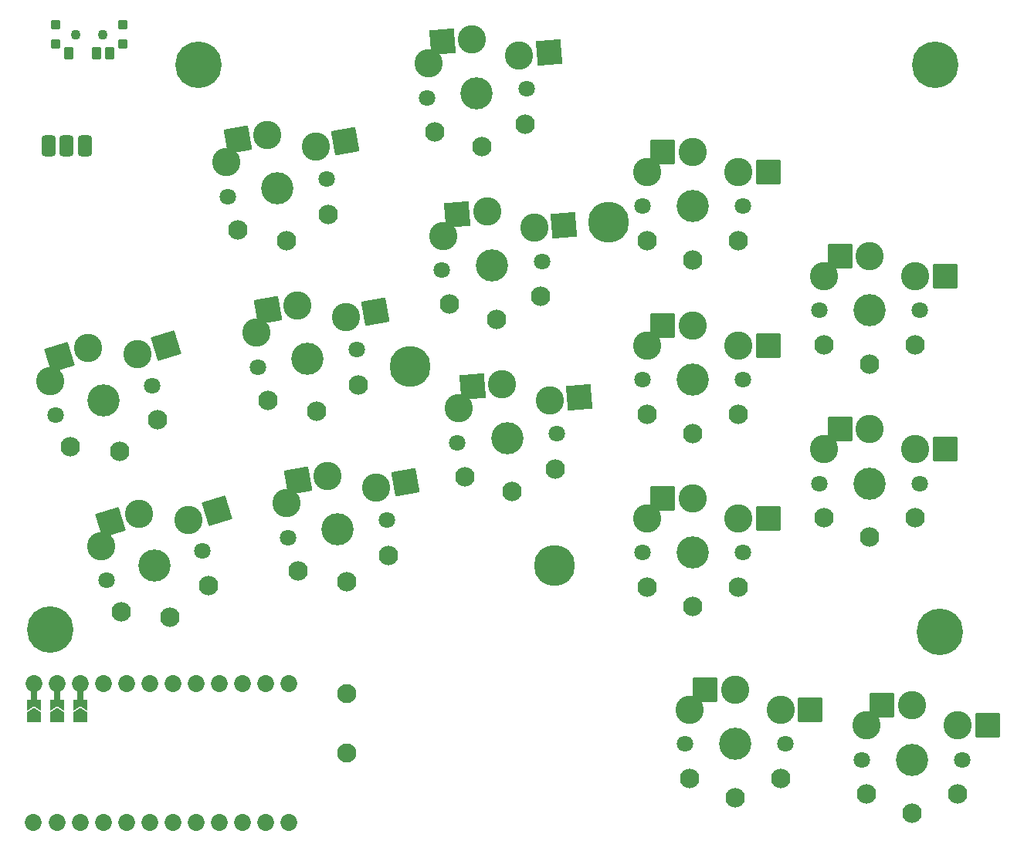
<source format=gbr>
%TF.GenerationSoftware,KiCad,Pcbnew,(6.0.4)*%
%TF.CreationDate,2022-09-04T01:37:31+02:00*%
%TF.ProjectId,wizza,77697a7a-612e-46b6-9963-61645f706362,v1.0.0*%
%TF.SameCoordinates,Original*%
%TF.FileFunction,Soldermask,Bot*%
%TF.FilePolarity,Negative*%
%FSLAX46Y46*%
G04 Gerber Fmt 4.6, Leading zero omitted, Abs format (unit mm)*
G04 Created by KiCad (PCBNEW (6.0.4)) date 2022-09-04 01:37:31*
%MOMM*%
%LPD*%
G01*
G04 APERTURE LIST*
G04 Aperture macros list*
%AMRoundRect*
0 Rectangle with rounded corners*
0 $1 Rounding radius*
0 $2 $3 $4 $5 $6 $7 $8 $9 X,Y pos of 4 corners*
0 Add a 4 corners polygon primitive as box body*
4,1,4,$2,$3,$4,$5,$6,$7,$8,$9,$2,$3,0*
0 Add four circle primitives for the rounded corners*
1,1,$1+$1,$2,$3*
1,1,$1+$1,$4,$5*
1,1,$1+$1,$6,$7*
1,1,$1+$1,$8,$9*
0 Add four rect primitives between the rounded corners*
20,1,$1+$1,$2,$3,$4,$5,0*
20,1,$1+$1,$4,$5,$6,$7,0*
20,1,$1+$1,$6,$7,$8,$9,0*
20,1,$1+$1,$8,$9,$2,$3,0*%
%AMFreePoly0*
4,1,16,0.685355,0.785355,0.700000,0.750000,0.691603,0.722265,0.210093,0.000000,0.691603,-0.722265,0.699029,-0.759806,0.677735,-0.791603,0.650000,-0.800000,-0.500000,-0.800000,-0.535355,-0.785355,-0.550000,-0.750000,-0.550000,0.750000,-0.535355,0.785355,-0.500000,0.800000,0.650000,0.800000,0.685355,0.785355,0.685355,0.785355,$1*%
%AMFreePoly1*
4,1,16,0.535355,0.785355,0.550000,0.750000,0.550000,-0.750000,0.535355,-0.785355,0.500000,-0.800000,-0.500000,-0.800000,-0.535355,-0.785355,-0.541603,-0.777735,-1.041603,-0.027735,-1.049029,0.009806,-1.041603,0.027735,-0.541603,0.777735,-0.509806,0.799029,-0.500000,0.800000,0.500000,0.800000,0.535355,0.785355,0.535355,0.785355,$1*%
G04 Aperture macros list end*
%ADD10C,3.100000*%
%ADD11C,1.801800*%
%ADD12C,3.529000*%
%ADD13C,2.132000*%
%ADD14RoundRect,0.050000X-1.181751X-1.408356X1.408356X-1.181751X1.181751X1.408356X-1.408356X1.181751X0*%
%ADD15RoundRect,0.050000X-1.054507X-1.505993X1.505993X-1.054507X1.054507X1.505993X-1.505993X1.054507X0*%
%ADD16RoundRect,0.050000X-0.863113X-1.623279X1.623279X-0.863113X0.863113X1.623279X-1.623279X0.863113X0*%
%ADD17RoundRect,0.050000X-1.300000X-1.300000X1.300000X-1.300000X1.300000X1.300000X-1.300000X1.300000X0*%
%ADD18RoundRect,0.050000X-0.250000X-0.762000X0.250000X-0.762000X0.250000X0.762000X-0.250000X0.762000X0*%
%ADD19C,1.852600*%
%ADD20FreePoly0,270.000000*%
%ADD21FreePoly1,270.000000*%
%ADD22C,4.500000*%
%ADD23C,5.100000*%
%ADD24RoundRect,0.050000X-0.450000X-0.450000X0.450000X-0.450000X0.450000X0.450000X-0.450000X0.450000X0*%
%ADD25C,1.100000*%
%ADD26RoundRect,0.050000X-0.450000X-0.625000X0.450000X-0.625000X0.450000X0.625000X-0.450000X0.625000X0*%
%ADD27RoundRect,0.425000X-0.375000X-0.750000X0.375000X-0.750000X0.375000X0.750000X-0.375000X0.750000X0*%
%ADD28C,2.100000*%
G04 APERTURE END LIST*
D10*
%TO.C,S7*%
X243783017Y-81205767D03*
D11*
X243611753Y-84985074D03*
X254569895Y-84026360D03*
D12*
X249090824Y-84505717D03*
D10*
X248572247Y-78578359D03*
X253744964Y-80334209D03*
D13*
X244441042Y-88727036D03*
X254402989Y-87855478D03*
D14*
X245309709Y-78863794D03*
D13*
X249605043Y-90383266D03*
D14*
X257007501Y-80048774D03*
%TD*%
D10*
%TO.C,S8*%
X242127058Y-62278068D03*
D11*
X241955794Y-66057375D03*
X252913936Y-65098661D03*
D12*
X247434865Y-65578018D03*
D10*
X246916288Y-59650660D03*
X252089005Y-61406510D03*
D13*
X242785083Y-69799337D03*
X252747030Y-68927779D03*
D14*
X243653750Y-59936095D03*
D13*
X247949084Y-71455567D03*
D14*
X255351542Y-61121075D03*
%TD*%
D10*
%TO.C,S4*%
X223251202Y-91863710D03*
D11*
X223409978Y-95643562D03*
X234242864Y-93733432D03*
D12*
X228826421Y-94688497D03*
D10*
X227793214Y-88828891D03*
X233099279Y-90127228D03*
D13*
X224562245Y-99299007D03*
X234410323Y-97562526D03*
D15*
X224567968Y-89397589D03*
D13*
X229850945Y-100498863D03*
D15*
X236324525Y-89558530D03*
%TD*%
D10*
%TO.C,S1*%
X206219823Y-115295004D03*
D11*
X206838064Y-119027331D03*
X217357416Y-115811243D03*
D12*
X212097740Y-117419287D03*
D10*
X210358128Y-111729274D03*
X215782870Y-112371287D03*
D13*
X208427229Y-122515104D03*
X217990276Y-119591387D03*
D16*
X207226229Y-112686791D03*
D13*
X213822733Y-123061485D03*
D16*
X218914768Y-111413769D03*
%TD*%
D10*
%TO.C,S9*%
X266115601Y-112236368D03*
D11*
X265615601Y-115986367D03*
X276615601Y-115986367D03*
D12*
X271115601Y-115986367D03*
D10*
X271115601Y-110036367D03*
X276115601Y-112236368D03*
D13*
X266115601Y-119786367D03*
X276115601Y-119786367D03*
D17*
X267840600Y-110036367D03*
D13*
X271115601Y-121886367D03*
D17*
X279390601Y-112236368D03*
%TD*%
D10*
%TO.C,S12*%
X285515601Y-104636368D03*
D11*
X285015601Y-108386367D03*
X296015601Y-108386367D03*
D12*
X290515601Y-108386367D03*
D10*
X290515601Y-102436367D03*
X295515601Y-104636368D03*
D13*
X285515601Y-112186367D03*
X295515601Y-112186367D03*
D17*
X287240600Y-102436367D03*
D13*
X290515601Y-114286367D03*
D17*
X298790601Y-104636368D03*
%TD*%
D10*
%TO.C,S14*%
X270740601Y-133236368D03*
D11*
X270240601Y-136986367D03*
X281240601Y-136986367D03*
D12*
X275740601Y-136986367D03*
D10*
X275740601Y-131036367D03*
X280740601Y-133236368D03*
D13*
X270740601Y-140786367D03*
X280740601Y-140786367D03*
D17*
X272465600Y-131036367D03*
D13*
X275740601Y-142886367D03*
D17*
X284015601Y-133236368D03*
%TD*%
D10*
%TO.C,S6*%
X245438977Y-100133466D03*
D11*
X245267713Y-103912773D03*
X256225855Y-102954059D03*
D12*
X250746784Y-103433416D03*
D10*
X250228207Y-97506058D03*
X255400924Y-99261908D03*
D13*
X246097002Y-107654735D03*
X256058949Y-106783177D03*
D14*
X246965669Y-97791493D03*
D13*
X251261003Y-109310965D03*
D14*
X258663461Y-98976473D03*
%TD*%
D10*
%TO.C,S15*%
X290140601Y-134946368D03*
D11*
X289640601Y-138696367D03*
X300640601Y-138696367D03*
D12*
X295140601Y-138696367D03*
D10*
X295140601Y-132746367D03*
X300140601Y-134946368D03*
D13*
X290140601Y-142496367D03*
X300140601Y-142496367D03*
D17*
X291865600Y-132746367D03*
D13*
X295140601Y-144596367D03*
D17*
X303415601Y-134946368D03*
%TD*%
D10*
%TO.C,S11*%
X266115601Y-74236368D03*
D11*
X265615601Y-77986367D03*
X276615601Y-77986367D03*
D12*
X271115601Y-77986367D03*
D10*
X271115601Y-72036367D03*
X276115601Y-74236368D03*
D13*
X266115601Y-81786367D03*
X276115601Y-81786367D03*
D17*
X267840600Y-72036367D03*
D13*
X271115601Y-83886367D03*
D17*
X279390601Y-74236368D03*
%TD*%
D10*
%TO.C,S2*%
X200664760Y-97125213D03*
D11*
X201283001Y-100857540D03*
X211802353Y-97641452D03*
D12*
X206542677Y-99249496D03*
D10*
X204803065Y-93559483D03*
X210227807Y-94201496D03*
D13*
X202872166Y-104345313D03*
X212435213Y-101421596D03*
D16*
X201671166Y-94517000D03*
D13*
X208267670Y-104891694D03*
D16*
X213359705Y-93243978D03*
%TD*%
D10*
%TO.C,S13*%
X285515601Y-85636368D03*
D11*
X285015601Y-89386367D03*
X296015601Y-89386367D03*
D12*
X290515601Y-89386367D03*
D10*
X290515601Y-83436367D03*
X295515601Y-85636368D03*
D13*
X285515601Y-93186367D03*
X295515601Y-93186367D03*
D17*
X287240600Y-83436367D03*
D13*
X290515601Y-95286367D03*
D17*
X298790601Y-85636368D03*
%TD*%
D10*
%TO.C,S5*%
X219951887Y-73152363D03*
D11*
X220110663Y-76932215D03*
X230943549Y-75022085D03*
D12*
X225527106Y-75977150D03*
D10*
X224493899Y-70117544D03*
X229799964Y-71415881D03*
D13*
X221262930Y-80587660D03*
X231111008Y-78851179D03*
D15*
X221268653Y-70686242D03*
D13*
X226551630Y-81787516D03*
D15*
X233025210Y-70847183D03*
%TD*%
D10*
%TO.C,S10*%
X266115601Y-93236368D03*
D11*
X265615601Y-96986367D03*
X276615601Y-96986367D03*
D12*
X271115601Y-96986367D03*
D10*
X271115601Y-91036367D03*
X276115601Y-93236368D03*
D13*
X266115601Y-100786367D03*
X276115601Y-100786367D03*
D17*
X267840600Y-91036367D03*
D13*
X271115601Y-102886367D03*
D17*
X279390601Y-93236368D03*
%TD*%
D10*
%TO.C,S3*%
X226550518Y-110575057D03*
D11*
X226709294Y-114354909D03*
X237542180Y-112444779D03*
D12*
X232125737Y-113399844D03*
D10*
X231092530Y-107540238D03*
X236398595Y-108838575D03*
D13*
X227861561Y-118010354D03*
X237709639Y-116273873D03*
D15*
X227867284Y-108108936D03*
D13*
X233150261Y-119210210D03*
D15*
X239623841Y-108269877D03*
%TD*%
D18*
%TO.C,MCU1*%
X203962000Y-131717523D03*
D19*
X198798254Y-145574000D03*
X198882000Y-130334000D03*
D18*
X201422000Y-131717523D03*
D19*
X201422000Y-145574000D03*
X203962000Y-130334000D03*
X201422000Y-130334000D03*
D20*
X198882000Y-132667523D03*
X201422000Y-132667523D03*
D18*
X198882000Y-131717523D03*
D19*
X203962000Y-145574000D03*
D20*
X203962000Y-132667523D03*
D21*
X198882000Y-134117523D03*
X201422000Y-134117523D03*
X203962000Y-134117523D03*
D19*
X206502000Y-145574000D03*
X209042000Y-145574000D03*
X211582000Y-145574000D03*
X214122000Y-145574000D03*
X216662000Y-145574000D03*
X219202000Y-145574000D03*
X221742000Y-145574000D03*
X224282000Y-145574000D03*
X226822000Y-145574000D03*
X206502000Y-130334000D03*
X209042000Y-130334000D03*
X211582000Y-130334000D03*
X214122000Y-130334000D03*
X216662000Y-130334000D03*
X219202000Y-130334000D03*
X221742000Y-130334000D03*
X224282000Y-130334000D03*
X226822000Y-130334000D03*
%TD*%
D22*
%TO.C,*%
X255913847Y-117386926D03*
X261874000Y-79756000D03*
X240078461Y-95591387D03*
%TD*%
D23*
%TO.C,*%
X200660000Y-124460000D03*
%TD*%
D24*
%TO.C,T2*%
X208650615Y-58006416D03*
X201250615Y-58006416D03*
X208650615Y-60206416D03*
X201250615Y-60206416D03*
D25*
X203450615Y-59106416D03*
X206450615Y-59106416D03*
D26*
X202700615Y-61181416D03*
X205700615Y-61181416D03*
X207200615Y-61181416D03*
%TD*%
D23*
%TO.C,*%
X297688000Y-62484000D03*
%TD*%
%TO.C,*%
X216916000Y-62484000D03*
%TD*%
%TO.C,*%
X298196000Y-124714000D03*
%TD*%
D27*
%TO.C,PAD1*%
X204470000Y-71374000D03*
X202470000Y-71374000D03*
X200470000Y-71374000D03*
%TD*%
D28*
%TO.C,B1*%
X233172000Y-137954000D03*
X233172000Y-131454000D03*
%TD*%
M02*

</source>
